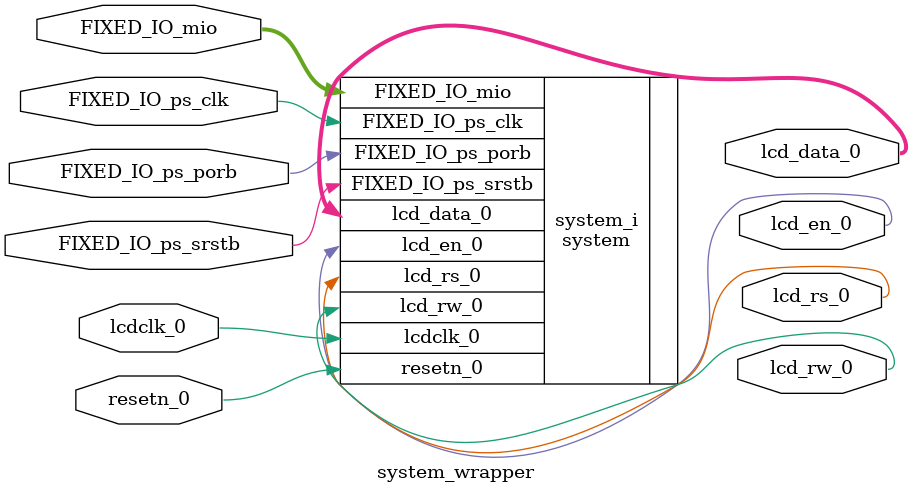
<source format=v>
`timescale 1 ps / 1 ps

module system_wrapper
   (FIXED_IO_mio,
    FIXED_IO_ps_clk,
    FIXED_IO_ps_porb,
    FIXED_IO_ps_srstb,
    lcd_data_0,
    lcd_en_0,
    lcd_rs_0,
    lcd_rw_0,
    lcdclk_0,
    resetn_0);
  inout [53:0]FIXED_IO_mio;
  inout FIXED_IO_ps_clk;
  inout FIXED_IO_ps_porb;
  inout FIXED_IO_ps_srstb;
  output [7:0]lcd_data_0;
  output lcd_en_0;
  output lcd_rs_0;
  output lcd_rw_0;
  input lcdclk_0;
  input resetn_0;

  wire [53:0]FIXED_IO_mio;
  wire FIXED_IO_ps_clk;
  wire FIXED_IO_ps_porb;
  wire FIXED_IO_ps_srstb;
  wire [7:0]lcd_data_0;
  wire lcd_en_0;
  wire lcd_rs_0;
  wire lcd_rw_0;
  wire lcdclk_0;
  wire resetn_0;

  system system_i
       (.FIXED_IO_mio(FIXED_IO_mio),
        .FIXED_IO_ps_clk(FIXED_IO_ps_clk),
        .FIXED_IO_ps_porb(FIXED_IO_ps_porb),
        .FIXED_IO_ps_srstb(FIXED_IO_ps_srstb),
        .lcd_data_0(lcd_data_0),
        .lcd_en_0(lcd_en_0),
        .lcd_rs_0(lcd_rs_0),
        .lcd_rw_0(lcd_rw_0),
        .lcdclk_0(lcdclk_0),
        .resetn_0(resetn_0));
endmodule

</source>
